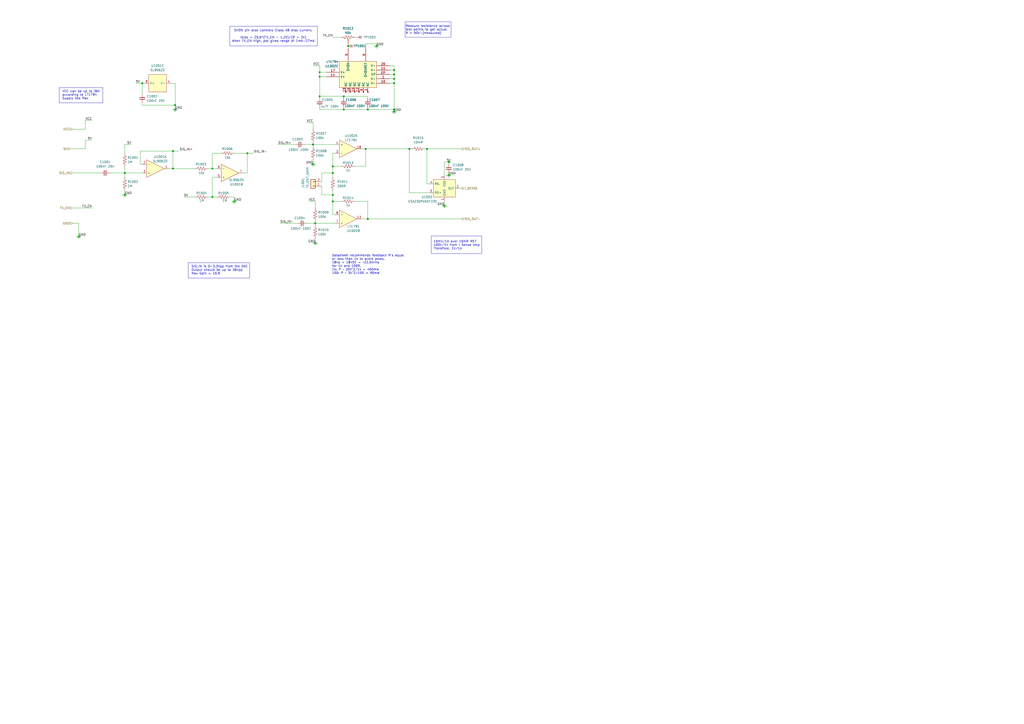
<source format=kicad_sch>
(kicad_sch (version 20250114) (generator "eeschema") (generator_version "9.0")
  (paper "A2")
  (lib_symbols
    (symbol "BR_Capacitors_0201:C_0201_100nF_25V_X7R_10%" (pin_numbers (hide yes)) (pin_names (offset 0) (hide yes))
      (property "Reference" "C" (at 1.016 1.778 0))
      (property "Value" "100nF 25V" (at 1.016 -1.778 0))
      (symbol "C_0201_100nF_25V_X7R_10%_1_1"
        (pin passive line (at 0 2.54 270) (length 2.032) (name "~") (number "1"))
        (pin passive line (at 0 -2.54 90) (length 2.032) (name "~") (number "2"))
      )
    )
    (symbol "BR_Capacitors_0402:C_0402_100nF_100V_X5R_20%" (pin_numbers (hide yes)) (pin_names (offset 0.254) (hide yes))
      (property "Reference" "C" (at 1.016 1.778 0))
      (property "Value" "100nF 100V" (at 1.016 -1.778 0))
      (symbol "C_0402_100nF_100V_X5R_20%_1_1"
        (pin passive line (at 0 2.54 270) (length 2.032) (name "~") (number "1"))
        (pin passive line (at 0 -2.54 90) (length 2.032) (name "~") (number "2"))
      )
    )
    (symbol "BR_Capacitors_1206:C_1206_4u7F_100V_X7S_10%" (pin_numbers (hide yes)) (pin_names (offset 0.254))
      (property "Reference" "C" (at 1.016 1.778 0))
      (property "Value" "4u7F 100V" (at 1.016 -1.778 0))
      (symbol "C_1206_4u7F_100V_X7S_10%_1_1"
        (pin passive line (at 0 2.54 270) (length 2.032) (name "~") (number "1"))
        (pin passive line (at 0 -2.54 90) (length 2.032) (name "~") (number "2"))
      )
    )
    (symbol "BR_Connectors_Header:Header_Socket_SIP_01x02_2.54mm_Vert_PTH" (pin_names (offset 1.016) (hide yes))
      (property "Reference" "J" (at 1.27 1.778 0))
      (property "Value" "LABEL" (at 1.524 -6.604 0))
      (symbol "Header_Socket_SIP_01x02_2.54mm_Vert_PTH_1_1"
        (pin passive line (at 6.35 -1.27 180) (length 3.81) (name "Pin_1") (number "1"))
        (pin passive line (at 6.35 -3.81 180) (length 3.81) (name "Pin_2") (number "2"))
      )
    )
    (symbol "BR_IC_Audio:LT1794CFE-PBF"
      (property "Reference" "U" (at 3.556 8.89 0))
      (property "Value" "LT1794" (at 6.35 6.604 0))
      (symbol "LT1794CFE-PBF_1_1"
        (pin input line (at -2.54 2.54 0) (length 2.54) (name "+") (number "4"))
        (pin input line (at -2.54 -2.54 0) (length 2.54) (name "-") (number "3"))
        (pin output line (at 12.7 0 180) (length 2.54) (name "~") (number "18"))
      )
      (symbol "LT1794CFE-PBF_2_1"
        (pin input line (at -2.54 2.54 0) (length 2.54) (name "+") (number "7"))
        (pin input line (at -2.54 -2.54 0) (length 2.54) (name "-") (number "8"))
        (pin output line (at 12.7 0 180) (length 2.54) (name "~") (number "13"))
      )
      (symbol "LT1794CFE-PBF_3_1"
        (pin unspecified line (at -15.24 0 0) (length 7.62) (name "SHDN") (number "5"))
        (pin unspecified line (at -15.24 -10.16 0) (length 7.62) (name "SHDNREF") (number "6"))
        (pin power_in line (at -5.08 -24.13 90) (length 7.62) (name "V-") (number "10"))
        (pin power_in line (at -2.54 -24.13 90) (length 7.62) (name "V-") (number "1"))
        (pin power_in line (at -1.27 12.7 270) (length 7.62) (name "V+") (number "14"))
        (pin power_in line (at 0 -24.13 90) (length 7.62) (name "EP") (number "EP"))
        (pin power_in line (at 1.27 12.7 270) (length 7.62) (name "V+") (number "17"))
        (pin power_in line (at 2.54 -24.13 90) (length 7.62) (name "V-") (number "11"))
        (pin power_in line (at 5.08 -24.13 90) (length 7.62) (name "V-") (number "20"))
        (pin no_connect line (at 10.16 1.27 180) (length 2.54) (name "NC") (number "19"))
        (pin no_connect line (at 10.16 -1.27 180) (length 2.54) (name "NC") (number "16"))
        (pin no_connect line (at 10.16 -3.81 180) (length 2.54) (name "NC") (number "15"))
        (pin no_connect line (at 10.16 -6.35 180) (length 2.54) (name "NC") (number "12"))
        (pin no_connect line (at 10.16 -8.89 180) (length 2.54) (name "NC") (number "9"))
        (pin no_connect line (at 10.16 -11.43 180) (length 2.54) (name "NC") (number "2"))
      )
    )
    (symbol "BR_IC_Op_Amps:SL9062D"
      (property "Reference" "U" (at 4.064 7.112 0))
      (property "Value" "SL9062D" (at 7.112 5.08 0))
      (symbol "SL9062D_1_1"
        (pin input line (at -2.54 2.54 0) (length 2.54) (name "+") (number "3"))
        (pin input line (at -2.54 -2.54 0) (length 2.54) (name "-") (number "2"))
        (pin output line (at 12.7 0 180) (length 2.54) (name "~") (number "1"))
      )
      (symbol "SL9062D_2_1"
        (pin input line (at -2.54 2.54 0) (length 2.54) (name "+") (number "5"))
        (pin input line (at -2.54 -2.54 0) (length 2.54) (name "-") (number "6"))
        (pin output line (at 12.7 0 180) (length 2.54) (name "~") (number "7"))
      )
      (symbol "SL9062D_3_1"
        (pin power_in line (at 0 6.35 270) (length 2.54) (name "V+") (number "8"))
        (pin power_in line (at 0 -8.89 90) (length 2.54) (name "V-") (number "4"))
      )
    )
    (symbol "BR_Passives_misc:POT_50k_VGF39NCHXT-B503" (pin_numbers (hide yes)) (pin_names (offset 0) (hide yes))
      (property "Reference" "R" (at 1.524 1.27 0))
      (property "Value" "50k" (at 1.524 -1.27 0))
      (symbol "POT_50k_VGF39NCHXT-B503_1_1"
        (pin passive line (at -3.81 0 0) (length 1.27) (name "W") (number "2"))
        (pin passive line (at 0 3.81 270) (length 1.27) (name "~") (number "1"))
        (pin passive line (at 0 -3.81 90) (length 1.27) (name "~") (number "3"))
      )
    )
    (symbol "BR_Resistors_0201:R_0201_100k" (pin_numbers (hide yes)) (pin_names (offset 0))
      (property "Reference" "R" (at 1.524 1.27 0))
      (property "Value" "100k" (at 1.524 -1.27 0))
      (symbol "R_0201_100k_1_1"
        (pin passive line (at 0 3.81 270) (length 1.27) (name "~") (number "1"))
        (pin passive line (at 0 -3.81 90) (length 1.27) (name "~") (number "2"))
      )
    )
    (symbol "BR_Resistors_0201:R_0201_10k" (pin_numbers (hide yes)) (pin_names (offset 0))
      (property "Reference" "R" (at 1.524 1.27 0))
      (property "Value" "10k" (at 1.524 -1.27 0))
      (symbol "R_0201_10k_1_1"
        (pin passive line (at 0 3.81 270) (length 1.27) (name "~") (number "1"))
        (pin passive line (at 0 -3.81 90) (length 1.27) (name "~") (number "2"))
      )
    )
    (symbol "BR_Resistors_0201:R_0201_1M" (pin_numbers (hide yes)) (pin_names (offset 0))
      (property "Reference" "R" (at 1.524 1.27 0))
      (property "Value" "1M" (at 1.524 -1.27 0))
      (symbol "R_0201_1M_1_1"
        (pin passive line (at 0 3.81 270) (length 1.27) (name "~") (number "1"))
        (pin passive line (at 0 -3.81 90) (length 1.27) (name "~") (number "2"))
      )
    )
    (symbol "BR_Resistors_0402:R_0402_200R" (pin_numbers (hide yes)) (pin_names (offset 0) (hide yes))
      (property "Reference" "R" (at 1.524 1.27 0))
      (property "Value" "200R" (at 1.524 -1.27 0))
      (symbol "R_0402_200R_1_1"
        (pin passive line (at 0 3.81 270) (length 1.27) (name "~") (number "1"))
        (pin passive line (at 0 -3.81 90) (length 1.27) (name "~") (number "2"))
      )
    )
    (symbol "BR_Resistors_0805:R_0805_10mR" (pin_numbers (hide yes)) (pin_names (offset 0) (hide yes))
      (property "Reference" "R" (at 1.524 1.27 0))
      (property "Value" "10mR" (at 1.524 -1.27 0))
      (symbol "R_0805_10mR_1_1"
        (pin passive line (at 0 3.81 270) (length 1.27) (name "~") (number "1"))
        (pin passive line (at 0 -3.81 90) (length 1.27) (name "~") (number "2"))
      )
    )
    (symbol "BR_Resistors_1210:R_1210_1k" (pin_numbers (hide yes)) (pin_names (offset 0) (hide yes))
      (property "Reference" "R" (at 1.524 1.27 0))
      (property "Value" "1k" (at 1.524 -1.27 0))
      (symbol "R_1210_1k_1_1"
        (pin passive line (at 0 3.81 270) (length 1.27) (name "~") (number "1"))
        (pin passive line (at 0 -3.81 90) (length 1.27) (name "~") (number "2"))
      )
    )
    (symbol "BR_Sensors:Current_Sense_CSA230PASOT235"
      (property "Reference" "U" (at -5.588 6.35 0))
      (property "Value" "CSA230PASOT235" (at 9.906 -6.858 0))
      (symbol "Current_Sense_CSA230PASOT235_1_1"
        (pin passive line (at -8.89 2.54 0) (length 2.54) (name "RS–") (number "4"))
        (pin passive line (at -8.89 -2.54 0) (length 2.54) (name "RS+") (number "5"))
        (pin power_in line (at 0 7.62 270) (length 2.54) (name "VDD") (number "3"))
        (pin power_in line (at 0 -7.62 90) (length 2.54) (name "GND") (number "1"))
        (pin output line (at 8.89 0 180) (length 2.54) (name "OUT") (number "2"))
      )
    )
    (symbol "BR_Virtual_Parts:TP_SQUARE_TH_1mm" (pin_numbers (hide yes)) (pin_names (offset 0)) (in_bom no)
      (property "Reference" "TP" (at 2.54 0.9525 0))
      (symbol "TP_SQUARE_TH_1mm_1_1"
        (pin passive line (at 0 0 90) (length 1.27) (name "~") (number "1"))
      )
    )
    (symbol "LT1794CFE-PBF_1"
      (property "Reference" "U" (at 3.556 8.89 0))
      (property "Value" "LT1794" (at 6.35 6.604 0))
      (symbol "LT1794CFE-PBF_1_1_1"
        (pin input line (at -2.54 2.54 0) (length 2.54) (name "+") (number "4"))
        (pin input line (at -2.54 -2.54 0) (length 2.54) (name "-") (number "3"))
        (pin output line (at 12.7 0 180) (length 2.54) (name "~") (number "18"))
      )
      (symbol "LT1794CFE-PBF_1_2_1"
        (pin input line (at -2.54 2.54 0) (length 2.54) (name "+") (number "7"))
        (pin input line (at -2.54 -2.54 0) (length 2.54) (name "-") (number "8"))
        (pin output line (at 12.7 0 180) (length 2.54) (name "~") (number "13"))
      )
      (symbol "LT1794CFE-PBF_1_3_1"
        (pin no_connect line (at -10.16 1.27 0) (length 2.54) (name "NC") (number "19"))
        (pin no_connect line (at -10.16 -1.27 0) (length 2.54) (name "NC") (number "16"))
        (pin no_connect line (at -10.16 -3.81 0) (length 2.54) (name "NC") (number "15"))
        (pin no_connect line (at -10.16 -6.35 0) (length 2.54) (name "NC") (number "12"))
        (pin no_connect line (at -10.16 -8.89 0) (length 2.54) (name "NC") (number "9"))
        (pin no_connect line (at -10.16 -11.43 0) (length 2.54) (name "NC") (number "2"))
        (pin power_in line (at -5.08 -24.13 90) (length 7.62) (name "V-") (number "10"))
        (pin power_in line (at -2.54 -24.13 90) (length 7.62) (name "V-") (number "1"))
        (pin power_in line (at -1.27 12.7 270) (length 7.62) (name "V+") (number "14"))
        (pin power_in line (at 0 -24.13 90) (length 7.62) (name "EP") (number "EP"))
        (pin power_in line (at 1.27 12.7 270) (length 7.62) (name "V+") (number "17"))
        (pin power_in line (at 2.54 -24.13 90) (length 7.62) (name "V-") (number "11"))
        (pin power_in line (at 5.08 -24.13 90) (length 7.62) (name "V-") (number "20"))
        (pin unspecified line (at 15.24 0 180) (length 7.62) (name "SHDN") (number "5"))
        (pin unspecified line (at 15.24 -10.16 180) (length 7.62) (name "SHDNREF") (number "6"))
      )
    )
  )
  (rectangle (start 34.29 50.8) (end 59.69 59.69))
  (rectangle (start 133.35 15.24) (end 184.15 26.67))
  (rectangle (start 234.95 12.7) (end 261.62 21.59))
  (rectangle (start 109.22 152.4) (end 144.78 161.29))
  (rectangle (start 250.19 136.906) (end 279.4 147.066))
  (text "Datasheet recommends feedback R's equal \nor less than 1k to avoid poles. \n18Vp + 18VDC = ~22.5Vrms\nfor 1k and 100R, \n1k: P ~ 20V^2/1k = 400mW\n100: P ~ 3V^2/100 = 90mW" (at 192.532 153.416 0) (effects (font (size 1.27 1.27)) (justify left)))
  (text "VCC can be up to 36V \naccording to LT1794 \nSupply Abs Max" (at 36.068 55.118 0) (effects (font (size 1.27 1.27)) (justify left)))
  (text "SIG_IN is 0-3.3Vpp from the DAC\nOutput should be up to 36Vpp\nMax Gain = 10.9" (at 110.998 156.718 0) (effects (font (size 1.27 1.27)) (justify left)))
  (text "10mV/1A over 10mR R57\n100V/1V from I Sense Amp\nTherefore, 1V/1A" (at 251.46 142.24 0) (effects (font (size 1.27 1.27)) (justify left)))
  (text "SHDN pin also controls Class AB bias current.\n\nIbias = 25.6*(TX_EN - 1.2V)/(R + 2k)\nWhen TX_EN High, pot gives range of 1mA-27mA" (at 158.496 20.828 0) (effects (font (size 1.27 1.27))))
  (text "Measure resistance across \ntest points to get actual\nR = 50k-{measured}" (at 235.204 17.272 0) (effects (font (size 1.27 1.27)) (justify left)))
  (junction (at 199.39 55.88))
  (junction (at 237.49 86.36))
  (junction (at 228.6 45.72))
  (junction (at 181.61 83.82))
  (junction (at 185.42 55.88))
  (junction (at 228.6 63.5))
  (junction (at 101.6 63.5))
  (junction (at 213.36 63.5))
  (junction (at 193.04 113.03))
  (junction (at 193.04 96.52))
  (junction (at 228.6 48.26))
  (junction (at 218.44 26.67))
  (junction (at 143.51 88.9))
  (junction (at 101.6 60.96))
  (junction (at 193.04 100.33))
  (junction (at 181.61 95.25))
  (junction (at 260.35 101.6))
  (junction (at 228.6 64.77))
  (junction (at 201.93 26.67))
  (junction (at 213.36 127))
  (junction (at 193.04 116.84))
  (junction (at 72.39 100.33))
  (junction (at 228.6 43.18))
  (junction (at 135.89 116.84))
  (junction (at 72.39 113.03))
  (junction (at 45.72 137.16))
  (junction (at 123.19 114.3))
  (junction (at 182.88 129.54))
  (junction (at 82.55 48.26))
  (junction (at 260.35 93.98))
  (junction (at 182.88 140.97))
  (junction (at 199.39 63.5))
  (junction (at 212.09 86.36))
  (junction (at 185.42 41.91))
  (junction (at 100.33 97.79))
  (junction (at 247.65 86.36))
  (junction (at 257.81 119.38))
  (junction (at 228.6 40.64))
  (junction (at 185.42 44.45))
  (junction (at 123.19 97.79))
  (junction (at 100.33 87.63))
  (wire (pts (xy 226.06 48.26) (xy 228.6 48.26)))
  (wire (pts (xy 177.8 129.54) (xy 182.88 129.54)))
  (wire (pts (xy 193.04 110.49) (xy 193.04 113.03)))
  (wire (pts (xy 227.33 64.77) (xy 228.6 66.04)))
  (wire (pts (xy 81.28 95.25) (xy 82.55 95.25)))
  (wire (pts (xy 212.09 25.4) (xy 212.09 27.94)))
  (wire (pts (xy 143.51 100.33) (xy 140.97 100.33)))
  (wire (pts (xy 237.49 86.36) (xy 238.76 86.36)))
  (wire (pts (xy 72.39 83.82) (xy 76.2 83.82)))
  (wire (pts (xy 179.07 116.84) (xy 182.88 116.84)))
  (wire (pts (xy 72.39 110.49) (xy 72.39 113.03)))
  (wire (pts (xy 135.89 114.3) (xy 135.89 116.84)))
  (wire (pts (xy 181.61 95.25) (xy 182.88 95.25)))
  (wire (pts (xy 49.53 86.36) (xy 49.53 81.28)))
  (wire (pts (xy 161.29 83.82) (xy 171.45 83.82)))
  (wire (pts (xy 217.17 26.67) (xy 218.44 27.94)))
  (wire (pts (xy 212.09 86.36) (xy 237.49 86.36)))
  (wire (pts (xy 100.33 63.5) (xy 101.6 64.77)))
  (wire (pts (xy 207.01 21.59) (xy 205.74 21.59)))
  (wire (pts (xy 185.42 55.88) (xy 199.39 55.88)))
  (wire (pts (xy 82.55 60.96) (xy 101.6 60.96)))
  (wire (pts (xy 246.38 86.36) (xy 247.65 86.36)))
  (wire (pts (xy 257.81 93.98) (xy 260.35 93.98)))
  (wire (pts (xy 72.39 113.03) (xy 73.66 113.03)))
  (wire (pts (xy 101.6 63.5) (xy 102.87 63.5)))
  (wire (pts (xy 193.04 116.84) (xy 198.12 116.84)))
  (wire (pts (xy 41.91 120.65) (xy 53.34 120.65)))
  (wire (pts (xy 217.17 26.67) (xy 218.44 26.67)))
  (wire (pts (xy 100.33 97.79) (xy 97.79 97.79)))
  (wire (pts (xy 213.36 62.23) (xy 213.36 63.5)))
  (wire (pts (xy 257.81 119.38) (xy 259.08 119.38)))
  (wire (pts (xy 41.91 74.93) (xy 49.53 74.93)))
  (wire (pts (xy 186.69 105.41) (xy 186.69 100.33)))
  (wire (pts (xy 181.61 140.97) (xy 182.88 140.97)))
  (wire (pts (xy 189.23 44.45) (xy 185.42 44.45)))
  (wire (pts (xy 143.51 88.9) (xy 147.32 88.9)))
  (wire (pts (xy 181.61 92.71) (xy 181.61 95.25)))
  (wire (pts (xy 143.51 88.9) (xy 143.51 100.33)))
  (wire (pts (xy 182.88 116.84) (xy 182.88 120.65)))
  (wire (pts (xy 213.36 127) (xy 267.97 127)))
  (wire (pts (xy 45.72 138.43) (xy 46.99 137.16)))
  (wire (pts (xy 134.62 116.84) (xy 135.89 116.84)))
  (wire (pts (xy 45.72 129.54) (xy 41.91 129.54)))
  (wire (pts (xy 182.88 142.24) (xy 181.61 140.97)))
  (wire (pts (xy 228.6 66.04) (xy 229.87 64.77)))
  (wire (pts (xy 72.39 114.3) (xy 73.66 113.03)))
  (wire (pts (xy 185.42 38.1) (xy 185.42 41.91)))
  (wire (pts (xy 181.61 96.52) (xy 180.34 95.25)))
  (wire (pts (xy 49.53 81.28) (xy 53.34 81.28)))
  (wire (pts (xy 193.04 124.46) (xy 193.04 116.84)))
  (wire (pts (xy 201.93 25.4) (xy 201.93 26.67)))
  (wire (pts (xy 72.39 100.33) (xy 82.55 100.33)))
  (wire (pts (xy 133.35 114.3) (xy 135.89 114.3)))
  (wire (pts (xy 186.69 113.03) (xy 193.04 113.03)))
  (wire (pts (xy 44.45 137.16) (xy 45.72 138.43)))
  (wire (pts (xy 228.6 43.18) (xy 228.6 40.64)))
  (wire (pts (xy 213.36 63.5) (xy 228.6 63.5)))
  (wire (pts (xy 123.19 102.87) (xy 125.73 102.87)))
  (wire (pts (xy 247.65 106.68) (xy 248.92 106.68)))
  (wire (pts (xy 228.6 48.26) (xy 228.6 45.72)))
  (wire (pts (xy 82.55 48.26) (xy 83.82 48.26)))
  (wire (pts (xy 260.35 101.6) (xy 261.62 101.6)))
  (wire (pts (xy 213.36 55.88) (xy 213.36 57.15)))
  (wire (pts (xy 45.72 137.16) (xy 46.99 137.16)))
  (wire (pts (xy 40.64 86.36) (xy 49.53 86.36)))
  (wire (pts (xy 78.74 48.26) (xy 82.55 48.26)))
  (wire (pts (xy 193.04 96.52) (xy 193.04 88.9)))
  (wire (pts (xy 72.39 88.9) (xy 72.39 83.82)))
  (wire (pts (xy 185.42 63.5) (xy 199.39 63.5)))
  (wire (pts (xy 100.33 63.5) (xy 101.6 63.5)))
  (wire (pts (xy 212.09 96.52) (xy 212.09 86.36)))
  (wire (pts (xy 182.88 129.54) (xy 194.31 129.54)))
  (wire (pts (xy 228.6 45.72) (xy 228.6 43.18)))
  (wire (pts (xy 193.04 100.33) (xy 193.04 102.87)))
  (wire (pts (xy 186.69 107.95) (xy 186.69 113.03)))
  (wire (pts (xy 227.33 64.77) (xy 228.6 64.77)))
  (wire (pts (xy 193.04 96.52) (xy 198.12 96.52)))
  (wire (pts (xy 120.65 114.3) (xy 123.19 114.3)))
  (wire (pts (xy 135.89 88.9) (xy 143.51 88.9)))
  (wire (pts (xy 259.08 101.6) (xy 260.35 102.87)))
  (wire (pts (xy 226.06 45.72) (xy 228.6 45.72)))
  (wire (pts (xy 41.91 100.33) (xy 58.42 100.33)))
  (wire (pts (xy 123.19 97.79) (xy 125.73 97.79)))
  (wire (pts (xy 205.74 96.52) (xy 212.09 96.52)))
  (wire (pts (xy 72.39 100.33) (xy 72.39 102.87)))
  (wire (pts (xy 181.61 83.82) (xy 181.61 85.09)))
  (wire (pts (xy 123.19 114.3) (xy 125.73 114.3)))
  (wire (pts (xy 247.65 86.36) (xy 267.97 86.36)))
  (wire (pts (xy 71.12 113.03) (xy 72.39 113.03)))
  (wire (pts (xy 101.6 48.26) (xy 99.06 48.26)))
  (wire (pts (xy 257.81 120.65) (xy 256.54 119.38)))
  (wire (pts (xy 193.04 96.52) (xy 193.04 100.33)))
  (wire (pts (xy 101.6 48.26) (xy 101.6 60.96)))
  (wire (pts (xy 182.88 138.43) (xy 182.88 140.97)))
  (wire (pts (xy 180.34 95.25) (xy 181.61 95.25)))
  (wire (pts (xy 72.39 96.52) (xy 72.39 100.33)))
  (wire (pts (xy 182.88 128.27) (xy 182.88 129.54)))
  (wire (pts (xy 135.89 118.11) (xy 137.16 116.84)))
  (wire (pts (xy 199.39 63.5) (xy 213.36 63.5)))
  (wire (pts (xy 185.42 41.91) (xy 185.42 44.45)))
  (wire (pts (xy 194.31 124.46) (xy 193.04 124.46)))
  (wire (pts (xy 199.39 55.88) (xy 199.39 57.15)))
  (wire (pts (xy 237.49 111.76) (xy 237.49 86.36)))
  (wire (pts (xy 260.35 102.87) (xy 261.62 101.6)))
  (wire (pts (xy 45.72 129.54) (xy 45.72 137.16)))
  (wire (pts (xy 100.33 87.63) (xy 100.33 97.79)))
  (wire (pts (xy 71.12 113.03) (xy 72.39 114.3)))
  (wire (pts (xy 185.42 41.91) (xy 189.23 41.91)))
  (wire (pts (xy 226.06 40.64) (xy 228.6 40.64)))
  (wire (pts (xy 184.15 140.97) (xy 182.88 142.24)))
  (wire (pts (xy 182.88 95.25) (xy 181.61 96.52)))
  (wire (pts (xy 101.6 60.96) (xy 101.6 63.5)))
  (wire (pts (xy 228.6 38.1) (xy 226.06 38.1)))
  (wire (pts (xy 185.42 44.45) (xy 185.42 55.88)))
  (wire (pts (xy 181.61 38.1) (xy 185.42 38.1)))
  (wire (pts (xy 182.88 140.97) (xy 184.15 140.97)))
  (wire (pts (xy 257.81 116.84) (xy 257.81 119.38)))
  (wire (pts (xy 218.44 25.4) (xy 212.09 25.4)))
  (wire (pts (xy 205.74 116.84) (xy 213.36 116.84)))
  (wire (pts (xy 176.53 83.82) (xy 181.61 83.82)))
  (wire (pts (xy 194.31 88.9) (xy 193.04 88.9)))
  (wire (pts (xy 106.68 114.3) (xy 113.03 114.3)))
  (wire (pts (xy 259.08 119.38) (xy 257.81 120.65)))
  (wire (pts (xy 201.93 26.67) (xy 201.93 27.94)))
  (wire (pts (xy 49.53 69.85) (xy 53.34 69.85)))
  (wire (pts (xy 228.6 48.26) (xy 228.6 63.5)))
  (wire (pts (xy 257.81 93.98) (xy 257.81 101.6)))
  (wire (pts (xy 199.39 62.23) (xy 199.39 63.5)))
  (wire (pts (xy 228.6 64.77) (xy 229.87 64.77)))
  (wire (pts (xy 209.55 127) (xy 213.36 127)))
  (wire (pts (xy 247.65 86.36) (xy 247.65 106.68)))
  (wire (pts (xy 218.44 26.67) (xy 219.71 26.67)))
  (wire (pts (xy 101.6 64.77) (xy 102.87 63.5)))
  (wire (pts (xy 177.8 71.12) (xy 181.61 71.12)))
  (wire (pts (xy 226.06 43.18) (xy 228.6 43.18)))
  (wire (pts (xy 182.88 129.54) (xy 182.88 130.81)))
  (wire (pts (xy 228.6 63.5) (xy 228.6 64.77)))
  (wire (pts (xy 266.7 109.22) (xy 267.97 109.22)))
  (wire (pts (xy 228.6 40.64) (xy 228.6 38.1)))
  (wire (pts (xy 193.04 113.03) (xy 193.04 116.84)))
  (wire (pts (xy 248.92 111.76) (xy 237.49 111.76)))
  (wire (pts (xy 185.42 55.88) (xy 185.42 57.15)))
  (wire (pts (xy 181.61 71.12) (xy 181.61 74.93)))
  (wire (pts (xy 82.55 59.69) (xy 82.55 60.96)))
  (wire (pts (xy 213.36 127) (xy 213.36 116.84)))
  (wire (pts (xy 193.04 21.59) (xy 198.12 21.59)))
  (wire (pts (xy 81.28 95.25) (xy 81.28 87.63)))
  (wire (pts (xy 218.44 27.94) (xy 219.71 26.67)))
  (wire (pts (xy 63.5 100.33) (xy 72.39 100.33)))
  (wire (pts (xy 134.62 116.84) (xy 135.89 118.11)))
  (wire (pts (xy 120.65 97.79) (xy 123.19 97.79)))
  (wire (pts (xy 260.35 93.98) (xy 261.62 93.98)))
  (wire (pts (xy 162.56 129.54) (xy 172.72 129.54)))
  (wire (pts (xy 260.35 93.98) (xy 260.35 95.25)))
  (wire (pts (xy 199.39 55.88) (xy 213.36 55.88)))
  (wire (pts (xy 123.19 114.3) (xy 123.19 102.87)))
  (wire (pts (xy 81.28 87.63) (xy 100.33 87.63)))
  (wire (pts (xy 123.19 88.9) (xy 128.27 88.9)))
  (wire (pts (xy 100.33 87.63) (xy 104.14 87.63)))
  (wire (pts (xy 44.45 137.16) (xy 45.72 137.16)))
  (wire (pts (xy 49.53 74.93) (xy 49.53 69.85)))
  (wire (pts (xy 186.69 100.33) (xy 193.04 100.33)))
  (wire (pts (xy 181.61 83.82) (xy 194.31 83.82)))
  (wire (pts (xy 185.42 62.23) (xy 185.42 63.5)))
  (wire (pts (xy 259.08 101.6) (xy 260.35 101.6)))
  (wire (pts (xy 209.55 86.36) (xy 212.09 86.36)))
  (wire (pts (xy 260.35 100.33) (xy 260.35 101.6)))
  (wire (pts (xy 82.55 48.26) (xy 82.55 54.61)))
  (wire (pts (xy 218.44 25.4) (xy 218.44 26.67)))
  (wire (pts (xy 181.61 82.55) (xy 181.61 83.82)))
  (wire (pts (xy 256.54 119.38) (xy 257.81 119.38)))
  (wire (pts (xy 123.19 97.79) (xy 123.19 88.9)))
  (wire (pts (xy 100.33 97.79) (xy 113.03 97.79)))
  (wire (pts (xy 135.89 116.84) (xy 137.16 116.84)))
  (label "VCC" (at 179.07 116.84 0))
  (label "GND" (at 72.39 113.03 0))
  (label "GND" (at 101.6 63.5 0))
  (label "GND" (at 45.72 137.16 0))
  (label "GND" (at 228.6 64.77 0))
  (label "SIG_IN+" (at 161.29 83.82 0))
  (label "SIG_IN+" (at 104.14 87.63 0))
  (label "5V" (at 76.2 83.82 180))
  (label "VCC" (at 181.61 38.1 0))
  (label "VCC" (at 53.34 69.85 180))
  (label "5V" (at 53.34 81.28 180))
  (label "SIG_IN-" (at 147.32 88.9 0))
  (label "5V" (at 261.62 93.98 180))
  (label "TX_EN" (at 193.04 21.59 180))
  (label "GND" (at 182.88 140.97 180))
  (label "GND" (at 181.61 95.25 180))
  (label "GND" (at 218.44 26.67 0))
  (label "5V" (at 78.74 48.26 0))
  (label "TX_EN" (at 53.34 120.65 180))
  (label "GND" (at 260.35 101.6 0))
  (label "5V" (at 106.68 114.3 0))
  (label "GND" (at 135.89 116.84 0))
  (label "SIG_IN-" (at 162.56 129.54 0))
  (label "VCC" (at 177.8 71.12 0))
  (label "GND" (at 257.81 119.38 180))
  (hierarchical_label "SIG_OUT+" (shape output) (at 267.97 86.36 0))
  (hierarchical_label "5V" (shape input) (at 40.64 86.36 180))
  (hierarchical_label "VCC" (shape input) (at 41.91 74.93 180))
  (hierarchical_label "TX_EN" (shape input) (at 41.91 120.65 180))
  (hierarchical_label "SIG_IN" (shape input) (at 41.91 100.33 180))
  (hierarchical_label "SIG_OUT-" (shape output) (at 267.97 127 0))
  (hierarchical_label "GND" (shape input) (at 41.91 129.54 180))
  (hierarchical_label "I_SENSE" (shape output) (at 267.97 109.22 0))
  (symbol (lib_id "BR_Resistors_0402:R_0402_200R") (at 193.04 106.68 0) (unit 1)
    (property "Reference" "R1011" (at 195.58 105.4099 0) (effects (justify left)))
    (property "Value" "200R" (at 195.58 107.9499 0) (effects (justify left)))
    (property "Footprint" "BR_Passives:C_0402_1005Metric-minimized" (effects (hide yes)))
    (property "Datasheet" "https://www.yageo.com/upload/media/product/productsearch/datasheet/rchip/PYu-RC_Group_51_RoHS_L_12.pdf" (effects (hide yes)))
    (property "Description" "200R 1% 100ppm 62.5mW Thick Film Resistor 0402" (effects (hide yes)))
    (property "Manufacturer" "YAGEO" (effects (hide yes)))
    (property "Manufacturer Part Num" "RC0402FR-07200RL" (effects (hide yes)))
    (property "BRE Number" "BRE-000314" (effects (hide yes)))
    (property "Supplier 1" "DigiKey" (effects (hide yes)))
    (property "Supplier Part Num 1" "311-200LRCT-ND" (effects (hide yes)))
    (property "Supplier 2" "DigiKey" (effects (hide yes)))
    (property "Supplier Part Num 2" "311-200LRTR-ND" (effects (hide yes)))
    (property "Supplier 3" "JLCPCB" (effects (hide yes)))
    (property "Supplier Part Num 3" "C114764" (effects (hide yes)))
    (property "JLCPCB Part Num" "C114764" (effects (hide yes)))
  )
  (symbol (lib_id "BR_Resistors_1210:R_1210_1k") (at 201.93 116.84 90) (unit 1)
    (property "Reference" "R1014" (at 201.93 114.808 90))
    (property "Value" "1k" (at 201.93 119.126 90))
    (property "Footprint" "BR_Passives:C_1210_3225Metric-minimized" (effects (hide yes)))
    (property "Datasheet" "https://lcsc.com/datasheet/lcsc_datasheet_2408150952_FOJAN-FRC1210F1001TS_C2960861.pdf" (effects (hide yes)))
    (property "Description" "1k 1% 100ppm 500mW Thick Film Resistor 1210" (effects (hide yes)))
    (property "Manufacturer" "FOJAN" (effects (hide yes)))
    (property "Manufacturer Part Num" "FRC1210F1001TS" (effects (hide yes)))
    (property "BRE Number" "BRE-001256" (effects (hide yes)))
    (property "JLCPCB Part Num" "C2960861" (effects (hide yes)))
  )
  (symbol (lib_id "BR_Capacitors_0402:C_0402_100nF_100V_X5R_20%") (at 213.36 59.69 0) (mirror y) (unit 1)
    (property "Reference" "C1007" (at 214.122 57.912 0) (effects (justify right)))
    (property "Value" "100nF 100V" (at 213.868 61.468 0) (effects (justify right)))
    (property "Footprint" "BR_Passives:C_0402_1005Metric-minimized" (effects (hide yes)))
    (property "Datasheet" "https://www.lcsc.com/datasheet/lcsc_datasheet_2410010301_Murata-Electronics-GRM155R62A104ME14D_C162179.pdf" (effects (hide yes)))
    (property "Description" "100nF 100V X5R 20% Ceramic Capacitor 0402" (effects (hide yes)))
    (property "Manufacturer" "Murata" (effects (hide yes)))
    (property "Manufacturer Part Num" "GRM155R62A104ME14D" (effects (hide yes)))
    (property "BRE Number" "BRE-001025" (effects (hide yes)))
    (property "JLCPCB Part Num" "C162178" (effects (hide yes)))
  )
  (symbol (lib_id "BR_Resistors_0201:R_0201_1M") (at 116.84 114.3 90) (unit 1)
    (property "Reference" "R1004" (at 113.792 112.014 90) (effects (justify right)))
    (property "Value" "1M" (at 115.57 116.332 90) (effects (justify right)))
    (property "Footprint" "BR_Passives:R_0201_0603Metric-minimized" (effects (hide yes)))
    (property "Datasheet" "https://lcsc.com/datasheet/lcsc_datasheet_2506161040_YAGEO-RC0201FR-071ML_C295786.pdf" (effects (hide yes)))
    (property "Description" "1M 1% 200ppm 50mW Thick Film Resistor 0201" (effects (hide yes)))
    (property "Manufacturer" "YAGEO" (effects (hide yes)))
    (property "Manufacturer Part Num" "RC0201FR-071ML" (effects (hide yes)))
    (property "BRE Number" "BRE-001254" (effects (hide yes)))
    (property "JLCPCB Part Num" "C295786" (effects (hide yes)))
  )
  (symbol (lib_id "BR_Capacitors_0402:C_0402_100nF_100V_X5R_20%") (at 173.99 83.82 270) (unit 1)
    (property "Reference" "C1003" (at 175.768 80.772 90) (effects (justify right)))
    (property "Value" "100nF 100V" (at 179.07 86.868 90) (effects (justify right)))
    (property "Footprint" "BR_Passives:C_0402_1005Metric-minimized" (effects (hide yes)))
    (property "Datasheet" "https://www.lcsc.com/datasheet/lcsc_datasheet_2410010301_Murata-Electronics-GRM155R62A104ME14D_C162179.pdf" (effects (hide yes)))
    (property "Description" "100nF 100V X5R 20% Ceramic Capacitor 0402" (effects (hide yes)))
    (property "Manufacturer" "Murata" (effects (hide yes)))
    (property "Manufacturer Part Num" "GRM155R62A104ME14D" (effects (hide yes)))
    (property "BRE Number" "BRE-001025" (effects (hide yes)))
    (property "JLCPCB Part Num" "C162178" (effects (hide yes)))
  )
  (symbol (lib_id "BR_Capacitors_0201:C_0201_100nF_25V_X7R_10%") (at 60.96 100.33 90) (unit 1)
    (property "Reference" "C1001" (at 60.9663 93.98 90))
    (property "Value" "100nF 25V" (at 60.9663 96.52 90))
    (property "Footprint" "BR_Passives:C_0201_0603Metric-minimized" (effects (hide yes)))
    (property "Datasheet" "https://www.lcsc.com/datasheet/lcsc_datasheet_2108070630_Murata-Electronics-GRM033R61E104KE14J_C2649540.pdf" (effects (hide yes)))
    (property "Description" "100nF 25V X5R 10% Ceramic Capacitor 0201" (effects (hide yes)))
    (property "Manufacturer" "Murata Electronics" (effects (hide yes)))
    (property "Manufacturer Part Num" "GRM033R61E104KE14J" (effects (hide yes)))
    (property "BRE Number" "BRE-000000" (effects (hide yes)))
    (property "Supplier 1" "DigiKey" (effects (hide yes)))
    (property "Supplier Part Num 1" "490-14571-1-ND" (effects (hide yes)))
    (property "Supplier 2" "Mouser" (effects (hide yes)))
    (property "Supplier Part Num 2" "81-GRM033R61E104KE4J" (effects (hide yes)))
    (property "Supplier 3" "JLCPCB" (effects (hide yes)))
    (property "Supplier Part Num 3" "C2649540" (effects (hide yes)))
    (property "JLCPCB Part Num" "C76939" (effects (hide yes)))
  )
  (symbol (lib_id "BR_Capacitors_1206:C_1206_4u7F_100V_X7S_10%") (at 185.42 59.69 0) (unit 1)
    (property "Reference" "C1005" (at 186.69 57.912 0) (effects (justify left)))
    (property "Value" "4u7F 100V" (at 185.928 61.722 0) (effects (justify left)))
    (property "Footprint" "BR_Passives:C_1206_3216Metric-minimized" (effects (hide yes)))
    (property "Datasheet" "https://www.lcsc.com/datasheet/lcsc_datasheet_2410121857_Murata-Electronics-GRM31CC72A475KE11L_C237304.pdf" (effects (hide yes)))
    (property "Description" "4.7uF 100V X7S 10% Ceramic Capacitor 1206" (effects (hide yes)))
    (property "Manufacturer" "Murata" (effects (hide yes)))
    (property "Manufacturer Part Num" "GRM31CC72A475KE11L" (effects (hide yes)))
    (property "BRE Number" "BRE-001089" (effects (hide yes)))
    (property "JLCPCB Part Num" "C237304" (effects (hide yes)))
  )
  (symbol (lib_id "BR_IC_Audio:LT1794CFE-PBF") (at 196.85 127 0) (mirror x) (unit 2)
    (property "Reference" "U1002" (at 204.978 133.858 0))
    (property "Value" "LT1794" (at 204.978 131.318 0))
    (property "Footprint" "BR_SOP:TSSOP-20_FE_6.4x6.4mm_EP4.95x2.74mm" (effects (hide yes)))
    (property "Datasheet" "https://www.analog.com/media/en/technical-documentation/data-sheets/1794fs.pdf" (effects (hide yes)))
    (property "Description" "2 Channel Line Driver 40V 500mA 500V/us 200MHz Class AB Output TSSOP-20" (effects (hide yes)))
    (property "Manufacturer" "Analog Devices" (effects (hide yes)))
    (property "Manufacturer Part Num" "LT1794CFE#PBF" (effects (hide yes)))
    (property "BRE Number" "BRE-001244" (effects (hide yes)))
    (property "JLCPCB Part Num" "C665306" (effects (hide yes)))
  )
  (symbol (lib_id "BR_Capacitors_0402:C_0402_100nF_100V_X5R_20%") (at 175.26 129.54 270) (unit 1)
    (property "Reference" "C1004" (at 177.038 126.492 90) (effects (justify right)))
    (property "Value" "100nF 100V" (at 180.34 132.588 90) (effects (justify right)))
    (property "Footprint" "BR_Passives:C_0402_1005Metric-minimized" (effects (hide yes)))
    (property "Datasheet" "https://www.lcsc.com/datasheet/lcsc_datasheet_2410010301_Murata-Electronics-GRM155R62A104ME14D_C162179.pdf" (effects (hide yes)))
    (property "Description" "100nF 100V X5R 20% Ceramic Capacitor 0402" (effects (hide yes)))
    (property "Manufacturer" "Murata" (effects (hide yes)))
    (property "Manufacturer Part Num" "GRM155R62A104ME14D" (effects (hide yes)))
    (property "BRE Number" "BRE-001025" (effects (hide yes)))
    (property "JLCPCB Part Num" "C162178" (effects (hide yes)))
  )
  (symbol (lib_id "BR_Resistors_0805:R_0805_10mR") (at 242.57 86.36 90) (unit 1)
    (property "Reference" "R1015" (at 242.57 80.01 90))
    (property "Value" "10mR" (at 242.57 82.55 90))
    (property "Footprint" "BR_Passives:R_0805_2012Metric" (effects (hide yes)))
    (property "Datasheet" "https://wmsc.lcsc.com/wmsc/upload/file/pdf/v2/lcsc/2203261130_YAGEO-RL0805FR-7W0R01L_C326784.pdf" (effects (hide yes)))
    (property "Description" "10mR 1% 1500ppm 250mW Thick Film Resistor 0805" (effects (hide yes)))
    (property "Manufacturer" "YAGEO" (effects (hide yes)))
    (property "Manufacturer Part Num" "RL0805FR-7W0R01L" (effects (hide yes)))
    (property "BRE Number" "BRE-001049" (effects (hide yes)))
    (property "Supplier 1" "DigiKey" (effects (hide yes)))
    (property "Supplier Part Num 1" "13-PE0805FRE470R009ZCT-ND" (effects (hide yes)))
    (property "Supplier 2" "Mouser" (effects (hide yes)))
    (property "Supplier Part Num 2" "603-P0805FRE470R009Z" (effects (hide yes)))
    (property "Supplier 3" "JLCPCB" (effects (hide yes)))
    (property "Supplier Part Num 3" "C6142798" (effects (hide yes)))
    (property "JLCPCB Part Num" "C326784" (effects (hide yes)))
  )
  (symbol (lib_id "BR_Resistors_0201:R_0201_100k") (at 181.61 78.74 0) (unit 1)
    (property "Reference" "R1007" (at 183.134 77.47 0) (effects (justify left)))
    (property "Value" "100k" (at 183.134 80.01 0) (effects (justify left)))
    (property "Footprint" "BR_Passives:R_0201_0603Metric-minimized" (effects (hide yes)))
    (property "Datasheet" "https://www.lcsc.com/datasheet/lcsc_datasheet_2304140030_YAGEO-RC0201FR-07100KL_C106224.pdf" (effects (hide yes)))
    (property "Description" "100k 1% 200ppm 50mW Thick Film Resistor 0201" (effects (hide yes)))
    (property "Manufacturer" "YAGEO" (effects (hide yes)))
    (property "Manufacturer Part Num" "RC0201FR-07100KL" (effects (hide yes)))
    (property "BRE Number" "BRE-001166" (effects (hide yes)))
    (property "Supplier 1" "DigiKey" (effects (hide yes)))
    (property "Supplier Part Num 1" "311-10.0KMCT-ND" (effects (hide yes)))
    (property "Supplier 2" "Mouser" (effects (hide yes)))
    (property "Supplier Part Num 2" "603-RC0201FR-0710KL" (effects (hide yes)))
    (property "Supplier 3" "JLCPCB" (effects (hide yes)))
    (property "Supplier Part Num 3" "C106225" (effects (hide yes)))
    (property "JLCPCB Part Num" "C106224" (effects (hide yes)))
  )
  (symbol (lib_id "BR_Resistors_0201:R_0201_100k") (at 181.61 88.9 0) (unit 1)
    (property "Reference" "R1008" (at 183.134 87.63 0) (effects (justify left)))
    (property "Value" "100k" (at 183.134 90.17 0) (effects (justify left)))
    (property "Footprint" "BR_Passives:R_0201_0603Metric-minimized" (effects (hide yes)))
    (property "Datasheet" "https://www.lcsc.com/datasheet/lcsc_datasheet_2304140030_YAGEO-RC0201FR-07100KL_C106224.pdf" (effects (hide yes)))
    (property "Description" "100k 1% 200ppm 50mW Thick Film Resistor 0201" (effects (hide yes)))
    (property "Manufacturer" "YAGEO" (effects (hide yes)))
    (property "Manufacturer Part Num" "RC0201FR-07100KL" (effects (hide yes)))
    (property "BRE Number" "BRE-001166" (effects (hide yes)))
    (property "Supplier 1" "DigiKey" (effects (hide yes)))
    (property "Supplier Part Num 1" "311-10.0KMCT-ND" (effects (hide yes)))
    (property "Supplier 2" "Mouser" (effects (hide yes)))
    (property "Supplier Part Num 2" "603-RC0201FR-0710KL" (effects (hide yes)))
    (property "Supplier 3" "JLCPCB" (effects (hide yes)))
    (property "Supplier Part Num 3" "C106225" (effects (hide yes)))
    (property "JLCPCB Part Num" "C106224" (effects (hide yes)))
  )
  (symbol (lib_id "BR_Capacitors_0201:C_0201_100nF_25V_X7R_10%") (at 260.35 97.79 0) (unit 1)
    (property "Reference" "C1008" (at 262.636 95.758 0) (effects (justify left)))
    (property "Value" "100nF 25V" (at 262.636 98.298 0) (effects (justify left)))
    (property "Footprint" "BR_Passives:C_0201_0603Metric-minimized" (effects (hide yes)))
    (property "Datasheet" "https://www.lcsc.com/datasheet/lcsc_datasheet_2108070630_Murata-Electronics-GRM033R61E104KE14J_C2649540.pdf" (effects (hide yes)))
    (property "Description" "100nF 25V X5R 10% Ceramic Capacitor 0201" (effects (hide yes)))
    (property "Manufacturer" "Murata Electronics" (effects (hide yes)))
    (property "Manufacturer Part Num" "GRM033R61E104KE14J" (effects (hide yes)))
    (property "BRE Number" "BRE-000000" (effects (hide yes)))
    (property "Supplier 1" "DigiKey" (effects (hide yes)))
    (property "Supplier Part Num 1" "490-14571-1-ND" (effects (hide yes)))
    (property "Supplier 2" "Mouser" (effects (hide yes)))
    (property "Supplier Part Num 2" "81-GRM033R61E104KE4J" (effects (hide yes)))
    (property "Supplier 3" "JLCPCB" (effects (hide yes)))
    (property "Supplier Part Num 3" "C2649540" (effects (hide yes)))
    (property "JLCPCB Part Num" "C76939" (effects (hide yes)))
  )
  (symbol (lib_id "BR_Virtual_Parts:TP_SQUARE_TH_1mm") (at 207.01 21.59 270) (unit 1) (exclude_from_sim yes) (in_bom no)
    (property "Reference" "TP1002" (at 210.82 21.5899 90) (effects (justify left)))
    (property "Value" "POT1" (effects (hide yes)))
    (property "Footprint" "BR_Virtual_Parts:TP_SQUARE_TH_1mm" (effects (hide yes)))
    (property "Description" "test pad through hole" (effects (hide yes)))
  )
  (symbol (lib_id "BR_Passives_misc:POT_50k_VGF39NCHXT-B503") (at 201.93 21.59 270) (mirror x) (unit 1)
    (property "Reference" "R1012" (at 201.93 16.51 90))
    (property "Value" "50k" (at 201.93 19.05 90))
    (property "Footprint" "BR_Passives:RES-ADJ-SMD_3P-L3.8-W3.7_VGF39NCHXT" (effects (hide yes)))
    (property "Datasheet" "https://lcsc.com/datasheet/lcsc_datasheet_2411220546_HDK-Hokuriku-Elec-Industry-VGF39NCHXT-B503_C22461637.pdf" (effects (hide yes)))
    (property "Description" "50k 25% 150mW 1-Turn Potentiometer SMD" (effects (hide yes)))
    (property "Manufacturer" "HDK" (effects (hide yes)))
    (property "Manufacturer Part Num" "VGF39NCHXT-B503" (effects (hide yes)))
    (property "BRE Number" "BRE-001262" (effects (hide yes)))
    (property "JLCPCB Part Num" "C22461637" (effects (hide yes)))
  )
  (symbol (lib_name "LT1794CFE-PBF_1") (lib_id "BR_IC_Audio:LT1794CFE-PBF") (at 201.93 43.18 90) (unit 3)
    (property "Reference" "U1002" (at 196.342 38.354 90) (effects (justify left)))
    (property "Value" "LT1794" (at 196.342 35.814 90) (effects (justify left)))
    (property "Footprint" "BR_SOP:TSSOP-20_FE_6.4x6.4mm_EP4.95x2.74mm" (effects (hide yes)))
    (property "Datasheet" "https://www.analog.com/media/en/technical-documentation/data-sheets/1794fs.pdf" (effects (hide yes)))
    (property "Description" "2 Channel Line Driver 40V 500mA 500V/us 200MHz Class AB Output TSSOP-20" (effects (hide yes)))
    (property "Manufacturer" "Analog Devices" (effects (hide yes)))
    (property "Manufacturer Part Num" "LT1794CFE#PBF" (effects (hide yes)))
    (property "BRE Number" "BRE-001244" (effects (hide yes)))
    (property "JLCPCB Part Num" "C665306" (effects (hide yes)))
  )
  (symbol (lib_id "BR_Capacitors_0201:C_0201_100nF_25V_X7R_10%") (at 82.55 57.15 180) (unit 1)
    (property "Reference" "C1002" (at 85.09 55.8735 0) (effects (justify right)))
    (property "Value" "100nF 25V" (at 85.09 58.4135 0) (effects (justify right)))
    (property "Footprint" "BR_Passives:C_0201_0603Metric-minimized" (effects (hide yes)))
    (property "Datasheet" "https://www.lcsc.com/datasheet/lcsc_datasheet_2108070630_Murata-Electronics-GRM033R61E104KE14J_C2649540.pdf" (effects (hide yes)))
    (property "Description" "100nF 25V X5R 10% Ceramic Capacitor 0201" (effects (hide yes)))
    (property "Manufacturer" "Murata Electronics" (effects (hide yes)))
    (property "Manufacturer Part Num" "GRM033R61E104KE14J" (effects (hide yes)))
    (property "BRE Number" "BRE-000000" (effects (hide yes)))
    (property "Supplier 1" "DigiKey" (effects (hide yes)))
    (property "Supplier Part Num 1" "490-14571-1-ND" (effects (hide yes)))
    (property "Supplier 2" "Mouser" (effects (hide yes)))
    (property "Supplier Part Num 2" "81-GRM033R61E104KE4J" (effects (hide yes)))
    (property "Supplier 3" "JLCPCB" (effects (hide yes)))
    (property "Supplier Part Num 3" "C2649540" (effects (hide yes)))
    (property "JLCPCB Part Num" "C76939" (effects (hide yes)))
  )
  (symbol (lib_id "BR_Resistors_0201:R_0201_10k") (at 132.08 88.9 90) (unit 1)
    (property "Reference" "R1006" (at 131.826 86.36 90))
    (property "Value" "10k" (at 132.08 91.44 90))
    (property "Footprint" "BR_Passives:R_0201_0603Metric-minimized" (effects (hide yes)))
    (property "Datasheet" "https://www.yageo.com/upload/media/product/products/datasheet/rchip/PYu-RC_Group_51_RoHS_L_12.pdf" (effects (hide yes)))
    (property "Description" "10k 1% 200ppm 50mW Thick Film Resistor 0201" (effects (hide yes)))
    (property "Manufacturer" "YAGEO" (effects (hide yes)))
    (property "Manufacturer Part Num" "RC0201FR-0710KL" (effects (hide yes)))
    (property "BRE Number" "BRE-000261" (effects (hide yes)))
    (property "Supplier 1" "DigiKey" (effects (hide yes)))
    (property "Supplier Part Num 1" "311-10.0KMCT-ND" (effects (hide yes)))
    (property "Supplier 2" "Mouser" (effects (hide yes)))
    (property "Supplier Part Num 2" "603-RC0201FR-0710KL" (effects (hide yes)))
    (property "Supplier 3" "JLCPCB" (effects (hide yes)))
    (property "Supplier Part Num 3" "C106225" (effects (hide yes)))
    (property "JLCPCB Part Num" "C106225" (effects (hide yes)))
  )
  (symbol (lib_id "BR_Sensors:Current_Sense_CSA230PASOT235") (at 257.81 109.22 0) (unit 1)
    (property "Reference" "U1003" (at 247.65 114.3 0))
    (property "Value" "CSA230PASOT235" (at 245.11 116.84 0))
    (property "Footprint" "BR_SOT:SOT-23-5_mini" (effects (hide yes)))
    (property "Datasheet" "https://www.lcsc.com/datasheet/lcsc_datasheet_2403271159_analogysemi-CSA230PASOT235_C6807602.pdf" (effects (hide yes)))
    (property "Description" "0V-76V Single channel SOT-23-5 Current Sense Amplifier" (effects (hide yes)))
    (property "Manufacturer" "CSA230PASOT235" (effects (hide yes)))
    (property "Manufacturer Part Num" "CSA230PASOT235" (effects (hide yes)))
    (property "BRE Number" "BRE-001043" (effects (hide yes)))
    (property "LCSC Part" "C6807602" (effects (hide yes)))
    (property "JLCPCB Part Num" "C6807602" (effects (hide yes)))
  )
  (symbol (lib_id "BR_IC_Audio:LT1794CFE-PBF") (at 196.85 86.36 0) (unit 1)
    (property "Reference" "U1002" (at 203.708 78.74 0))
    (property "Value" "LT1794" (at 203.708 81.28 0))
    (property "Footprint" "BR_SOP:TSSOP-20_FE_6.4x6.4mm_EP4.95x2.74mm" (effects (hide yes)))
    (property "Datasheet" "https://www.analog.com/media/en/technical-documentation/data-sheets/1794fs.pdf" (effects (hide yes)))
    (property "Description" "2 Channel Line Driver 40V 500mA 500V/us 200MHz Class AB Output TSSOP-20" (effects (hide yes)))
    (property "Manufacturer" "Analog Devices" (effects (hide yes)))
    (property "Manufacturer Part Num" "LT1794CFE#PBF" (effects (hide yes)))
    (property "BRE Number" "BRE-001244" (effects (hide yes)))
    (property "JLCPCB Part Num" "C665306" (effects (hide yes)))
  )
  (symbol (lib_id "BR_IC_Op_Amps:SL9062D") (at 85.09 97.79 0) (mirror x) (unit 1)
    (property "Reference" "U1001" (at 92.964 90.932 0))
    (property "Value" "SL9062D" (at 92.964 93.472 0))
    (property "Footprint" "BR_SOT:SOT-23-8" (effects (hide yes)))
    (property "Datasheet" "https://lcsc.com/datasheet/lcsc_datasheet_2402170845_Slkor-SLKORMICRO-Elec--SL9062D_C18208632.pdf" (effects (hide yes)))
    (property "Description" "Dual General Purpose Amplifier RRIO 25MHz 1.5-5.5V SOT-23-8L" (effects (hide yes)))
    (property "Manufacturer" "Slkor" (effects (hide yes)))
    (property "Manufacturer Part Num" "SL9062D" (effects (hide yes)))
    (property "BRE Number" "BRE-001253" (effects (hide yes)))
    (property "JLCPCB Part Num" "C18208632" (effects (hide yes)))
  )
  (symbol (lib_id "BR_IC_Op_Amps:SL9062D") (at 90.17 48.26 90) (unit 3)
    (property "Reference" "U1001" (at 91.44 38.1 90))
    (property "Value" "SL9062D" (at 91.44 40.64 90))
    (property "Footprint" "BR_SOT:SOT-23-8" (effects (hide yes)))
    (property "Datasheet" "https://lcsc.com/datasheet/lcsc_datasheet_2402170845_Slkor-SLKORMICRO-Elec--SL9062D_C18208632.pdf" (effects (hide yes)))
    (property "Description" "Dual General Purpose Amplifier RRIO 25MHz 1.5-5.5V SOT-23-8L" (effects (hide yes)))
    (property "Manufacturer" "Slkor" (effects (hide yes)))
    (property "Manufacturer Part Num" "SL9062D" (effects (hide yes)))
    (property "BRE Number" "BRE-001253" (effects (hide yes)))
    (property "JLCPCB Part Num" "C18208632" (effects (hide yes)))
  )
  (symbol (lib_id "BR_Resistors_0201:R_0201_100k") (at 182.88 134.62 0) (unit 1)
    (property "Reference" "R1010" (at 184.404 133.35 0) (effects (justify left)))
    (property "Value" "100k" (at 184.404 135.89 0) (effects (justify left)))
    (property "Footprint" "BR_Passives:R_0201_0603Metric-minimized" (effects (hide yes)))
    (property "Datasheet" "https://www.lcsc.com/datasheet/lcsc_datasheet_2304140030_YAGEO-RC0201FR-07100KL_C106224.pdf" (effects (hide yes)))
    (property "Description" "100k 1% 200ppm 50mW Thick Film Resistor 0201" (effects (hide yes)))
    (property "Manufacturer" "YAGEO" (effects (hide yes)))
    (property "Manufacturer Part Num" "RC0201FR-07100KL" (effects (hide yes)))
    (property "BRE Number" "BRE-001166" (effects (hide yes)))
    (property "Supplier 1" "DigiKey" (effects (hide yes)))
    (property "Supplier Part Num 1" "311-10.0KMCT-ND" (effects (hide yes)))
    (property "Supplier 2" "Mouser" (effects (hide yes)))
    (property "Supplier Part Num 2" "603-RC0201FR-0710KL" (effects (hide yes)))
    (property "Supplier 3" "JLCPCB" (effects (hide yes)))
    (property "Supplier Part Num 3" "C106225" (effects (hide yes)))
    (property "JLCPCB Part Num" "C106224" (effects (hide yes)))
  )
  (symbol (lib_id "BR_Virtual_Parts:TP_SQUARE_TH_1mm") (at 201.93 26.67 270) (unit 1) (exclude_from_sim yes) (in_bom no)
    (property "Reference" "TP1001" (at 204.978 26.67 90) (effects (justify left)))
    (property "Value" "POT2" (effects (hide yes)))
    (property "Footprint" "BR_Virtual_Parts:TP_SQUARE_TH_1mm" (effects (hide yes)))
    (property "Description" "test pad through hole" (effects (hide yes)))
  )
  (symbol (lib_id "BR_Resistors_0201:R_0201_1M") (at 72.39 92.71 0) (unit 1)
    (property "Reference" "R1001" (at 73.914 91.44 0) (effects (justify left)))
    (property "Value" "1M" (at 73.914 93.98 0) (effects (justify left)))
    (property "Footprint" "BR_Passives:R_0201_0603Metric-minimized" (effects (hide yes)))
    (property "Datasheet" "https://lcsc.com/datasheet/lcsc_datasheet_2506161040_YAGEO-RC0201FR-071ML_C295786.pdf" (effects (hide yes)))
    (property "Description" "1M 1% 200ppm 50mW Thick Film Resistor 0201" (effects (hide yes)))
    (property "Manufacturer" "YAGEO" (effects (hide yes)))
    (property "Manufacturer Part Num" "RC0201FR-071ML" (effects (hide yes)))
    (property "BRE Number" "BRE-001254" (effects (hide yes)))
    (property "JLCPCB Part Num" "C295786" (effects (hide yes)))
  )
  (symbol (lib_id "BR_Resistors_0201:R_0201_10k") (at 116.84 97.79 90) (unit 1)
    (property "Reference" "R1003" (at 116.586 95.25 90))
    (property "Value" "10k" (at 116.84 100.33 90))
    (property "Footprint" "BR_Passives:R_0201_0603Metric-minimized" (effects (hide yes)))
    (property "Datasheet" "https://www.yageo.com/upload/media/product/products/datasheet/rchip/PYu-RC_Group_51_RoHS_L_12.pdf" (effects (hide yes)))
    (property "Description" "10k 1% 200ppm 50mW Thick Film Resistor 0201" (effects (hide yes)))
    (property "Manufacturer" "YAGEO" (effects (hide yes)))
    (property "Manufacturer Part Num" "RC0201FR-0710KL" (effects (hide yes)))
    (property "BRE Number" "BRE-000261" (effects (hide yes)))
    (property "Supplier 1" "DigiKey" (effects (hide yes)))
    (property "Supplier Part Num 1" "311-10.0KMCT-ND" (effects (hide yes)))
    (property "Supplier 2" "Mouser" (effects (hide yes)))
    (property "Supplier Part Num 2" "603-RC0201FR-0710KL" (effects (hide yes)))
    (property "Supplier 3" "JLCPCB" (effects (hide yes)))
    (property "Supplier Part Num 3" "C106225" (effects (hide yes)))
    (property "JLCPCB Part Num" "C106225" (effects (hide yes)))
  )
  (symbol (lib_id "BR_Capacitors_0402:C_0402_100nF_100V_X5R_20%") (at 199.39 59.69 0) (mirror y) (unit 1)
    (property "Reference" "C1006" (at 200.406 57.912 0) (effects (justify right)))
    (property "Value" "100nF 100V" (at 199.898 61.468 0) (effects (justify right)))
    (property "Footprint" "BR_Passives:C_0402_1005Metric-minimized" (effects (hide yes)))
    (property "Datasheet" "https://www.lcsc.com/datasheet/lcsc_datasheet_2410010301_Murata-Electronics-GRM155R62A104ME14D_C162179.pdf" (effects (hide yes)))
    (property "Description" "100nF 100V X5R 20% Ceramic Capacitor 0402" (effects (hide yes)))
    (property "Manufacturer" "Murata" (effects (hide yes)))
    (property "Manufacturer Part Num" "GRM155R62A104ME14D" (effects (hide yes)))
    (property "BRE Number" "BRE-001025" (effects (hide yes)))
    (property "JLCPCB Part Num" "C162178" (effects (hide yes)))
  )
  (symbol (lib_id "BR_Resistors_0201:R_0201_1M") (at 72.39 106.68 0) (unit 1)
    (property "Reference" "R1002" (at 73.914 105.41 0) (effects (justify left)))
    (property "Value" "1M" (at 73.914 107.95 0) (effects (justify left)))
    (property "Footprint" "BR_Passives:R_0201_0603Metric-minimized" (effects (hide yes)))
    (property "Datasheet" "https://lcsc.com/datasheet/lcsc_datasheet_2506161040_YAGEO-RC0201FR-071ML_C295786.pdf" (effects (hide yes)))
    (property "Description" "1M 1% 200ppm 50mW Thick Film Resistor 0201" (effects (hide yes)))
    (property "Manufacturer" "YAGEO" (effects (hide yes)))
    (property "Manufacturer Part Num" "RC0201FR-071ML" (effects (hide yes)))
    (property "BRE Number" "BRE-001254" (effects (hide yes)))
    (property "JLCPCB Part Num" "C295786" (effects (hide yes)))
    (property "Supplier 1" "DigiKey" (effects (hide yes)))
    (property "Supplier Part Num 1" "RC0201DR-07681RL-ND" (effects (hide yes)))
    (property "Supplier 2" "Mouser" (effects (hide yes)))
    (property "Supplier Part Num 2" "603-RC0201DR-07681RL" (effects (hide yes)))
    (property "Supplier 3" "JLCPCB" (effects (hide yes)))
    (property "Supplier Part Num 3" "C851780" (effects (hide yes)))
  )
  (symbol (lib_id "BR_Resistors_1210:R_1210_1k") (at 201.93 96.52 270) (mirror x) (unit 1)
    (property "Reference" "R1013" (at 201.93 94.488 90))
    (property "Value" "1k" (at 201.93 98.806 90))
    (property "Footprint" "BR_Passives:C_1210_3225Metric-minimized" (effects (hide yes)))
    (property "Datasheet" "https://lcsc.com/datasheet/lcsc_datasheet_2408150952_FOJAN-FRC1210F1001TS_C2960861.pdf" (effects (hide yes)))
    (property "Description" "1k 1% 100ppm 500mW Thick Film Resistor 1210" (effects (hide yes)))
    (property "Manufacturer" "FOJAN" (effects (hide yes)))
    (property "Manufacturer Part Num" "FRC1210F1001TS" (effects (hide yes)))
    (property "BRE Number" "BRE-001256" (effects (hide yes)))
    (property "JLCPCB Part Num" "C2960861" (effects (hide yes)))
  )
  (symbol (lib_id "BR_IC_Op_Amps:SL9062D") (at 128.27 100.33 0) (mirror x) (unit 2)
    (property "Reference" "U1001" (at 137.16 106.934 0))
    (property "Value" "SL9062D" (at 137.16 104.394 0))
    (property "Footprint" "BR_SOT:SOT-23-8" (effects (hide yes)))
    (property "Datasheet" "https://lcsc.com/datasheet/lcsc_datasheet_2402170845_Slkor-SLKORMICRO-Elec--SL9062D_C18208632.pdf" (effects (hide yes)))
    (property "Description" "Dual General Purpose Amplifier RRIO 25MHz 1.5-5.5V SOT-23-8L" (effects (hide yes)))
    (property "Manufacturer" "Slkor" (effects (hide yes)))
    (property "Manufacturer Part Num" "SL9062D" (effects (hide yes)))
    (property "BRE Number" "BRE-001253" (effects (hide yes)))
    (property "JLCPCB Part Num" "C18208632" (effects (hide yes)))
  )
  (symbol (lib_id "BR_Connectors_Header:Header_Socket_SIP_01x02_2.54mm_Vert_PTH") (at 180.34 109.22 0) (mirror x) (unit 1)
    (property "Reference" "J1001" (at 175.768 109.22 90) (effects (justify right)))
    (property "Value" "TX_OUT_GAIN" (at 178.308 109.22 90) (effects (justify right)))
    (property "Footprint" "BR_Connectors:PinHeader_1x02_P2.54mm_Vertical" (effects (hide yes)))
    (property "Datasheet" "https://lcsc.com/datasheet/lcsc_datasheet_2409302203_XFCN-MF254V-11-02-0743_C2889984.pdf" (effects (hide yes)))
    (property "Description" "Header Socket 01x02 2.54mm Vertical PTH" (effects (hide yes)))
    (property "Manufacturer" "XFCN" (effects (hide yes)))
    (property "Manufacturer Part Num" "MF254V-11-02-0743" (effects (hide yes)))
    (property "BRE Number" "BRE-001260" (effects (hide yes)))
    (property "JLCPCB Part Num" "C2889984" (effects (hide yes)))
  )
  (symbol (lib_id "BR_Resistors_0201:R_0201_1M") (at 129.54 114.3 90) (unit 1)
    (property "Reference" "R1005" (at 132.842 112.014 90) (effects (justify left)))
    (property "Value" "1M" (at 131.826 116.332 90) (effects (justify left)))
    (property "Footprint" "BR_Passives:R_0201_0603Metric-minimized" (effects (hide yes)))
    (property "Datasheet" "https://lcsc.com/datasheet/lcsc_datasheet_2506161040_YAGEO-RC0201FR-071ML_C295786.pdf" (effects (hide yes)))
    (property "Description" "1M 1% 200ppm 50mW Thick Film Resistor 0201" (effects (hide yes)))
    (property "Manufacturer" "YAGEO" (effects (hide yes)))
    (property "Manufacturer Part Num" "RC0201FR-071ML" (effects (hide yes)))
    (property "BRE Number" "BRE-001254" (effects (hide yes)))
    (property "JLCPCB Part Num" "C295786" (effects (hide yes)))
    (property "Supplier 1" "DigiKey" (effects (hide yes)))
    (property "Supplier Part Num 1" "RC0201DR-07681RL-ND" (effects (hide yes)))
    (property "Supplier 2" "Mouser" (effects (hide yes)))
    (property "Supplier Part Num 2" "603-RC0201DR-07681RL" (effects (hide yes)))
    (property "Supplier 3" "JLCPCB" (effects (hide yes)))
    (property "Supplier Part Num 3" "C851780" (effects (hide yes)))
  )
  (symbol (lib_id "BR_Resistors_0201:R_0201_100k") (at 182.88 124.46 0) (unit 1)
    (property "Reference" "R1009" (at 184.404 123.19 0) (effects (justify left)))
    (property "Value" "100k" (at 184.404 125.73 0) (effects (justify left)))
    (property "Footprint" "BR_Passives:R_0201_0603Metric-minimized" (effects (hide yes)))
    (property "Datasheet" "https://www.lcsc.com/datasheet/lcsc_datasheet_2304140030_YAGEO-RC0201FR-07100KL_C106224.pdf" (effects (hide yes)))
    (property "Description" "100k 1% 200ppm 50mW Thick Film Resistor 0201" (effects (hide yes)))
    (property "Manufacturer" "YAGEO" (effects (hide yes)))
    (property "Manufacturer Part Num" "RC0201FR-07100KL" (effects (hide yes)))
    (property "BRE Number" "BRE-001166" (effects (hide yes)))
    (property "Supplier 1" "DigiKey" (effects (hide yes)))
    (property "Supplier Part Num 1" "311-10.0KMCT-ND" (effects (hide yes)))
    (property "Supplier 2" "Mouser" (effects (hide yes)))
    (property "Supplier Part Num 2" "603-RC0201FR-0710KL" (effects (hide yes)))
    (property "Supplier 3" "JLCPCB" (effects (hide yes)))
    (property "Supplier Part Num 3" "C106225" (effects (hide yes)))
    (property "JLCPCB Part Num" "C106224" (effects (hide yes)))
  )
)
</source>
